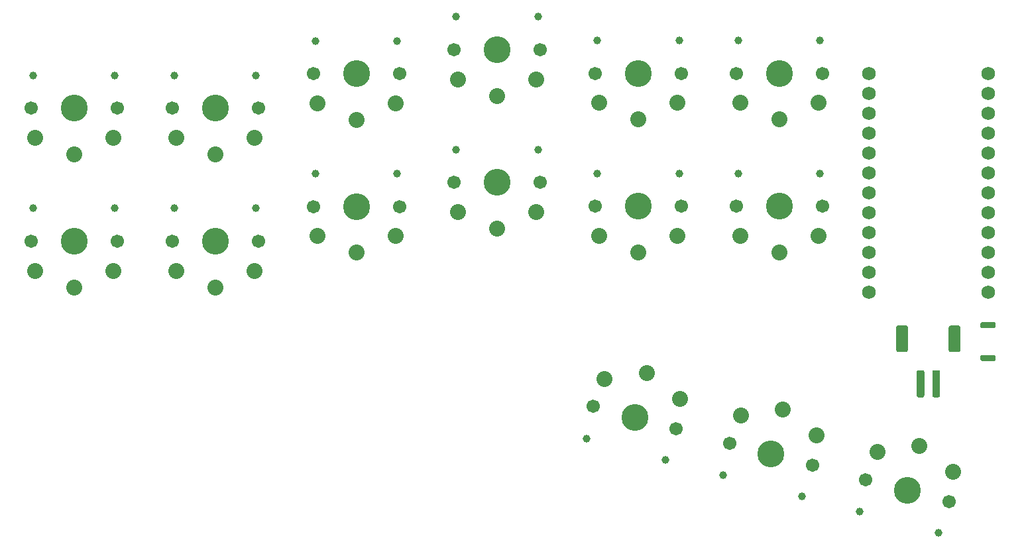
<source format=gbr>
%TF.GenerationSoftware,KiCad,Pcbnew,(5.1.12)-1*%
%TF.CreationDate,2021-12-12T05:01:24+00:00*%
%TF.ProjectId,StenoMi,5374656e-6f4d-4692-9e6b-696361645f70,rev?*%
%TF.SameCoordinates,Original*%
%TF.FileFunction,Soldermask,Top*%
%TF.FilePolarity,Negative*%
%FSLAX46Y46*%
G04 Gerber Fmt 4.6, Leading zero omitted, Abs format (unit mm)*
G04 Created by KiCad (PCBNEW (5.1.12)-1) date 2021-12-12 05:01:24*
%MOMM*%
%LPD*%
G01*
G04 APERTURE LIST*
%ADD10C,1.752600*%
%ADD11C,1.701800*%
%ADD12C,0.990600*%
%ADD13C,2.032000*%
%ADD14C,3.429000*%
G04 APERTURE END LIST*
D10*
%TO.C,U1*%
X143510000Y-41910000D03*
X143510000Y-44450000D03*
X143510000Y-46990000D03*
X143510000Y-49530000D03*
X143510000Y-52070000D03*
X143510000Y-54610000D03*
X143510000Y-57150000D03*
X143510000Y-59690000D03*
X143510000Y-62230000D03*
X143510000Y-64770000D03*
X143510000Y-67310000D03*
X158750000Y-69850000D03*
X158750000Y-67310000D03*
X158750000Y-64770000D03*
X158750000Y-62230000D03*
X158750000Y-59690000D03*
X158750000Y-57150000D03*
X158750000Y-54610000D03*
X158750000Y-52070000D03*
X158750000Y-49530000D03*
X158750000Y-46990000D03*
X158750000Y-44450000D03*
X143510000Y-69850000D03*
X158750000Y-41910000D03*
%TD*%
%TO.C,BT1*%
G36*
G01*
X148530000Y-74390000D02*
X148530000Y-77290000D01*
G75*
G02*
X148280000Y-77540000I-250000J0D01*
G01*
X147280000Y-77540000D01*
G75*
G02*
X147030000Y-77290000I0J250000D01*
G01*
X147030000Y-74390000D01*
G75*
G02*
X147280000Y-74140000I250000J0D01*
G01*
X148280000Y-74140000D01*
G75*
G02*
X148530000Y-74390000I0J-250000D01*
G01*
G37*
G36*
G01*
X155230000Y-74390000D02*
X155230000Y-77290000D01*
G75*
G02*
X154980000Y-77540000I-250000J0D01*
G01*
X153980000Y-77540000D01*
G75*
G02*
X153730000Y-77290000I0J250000D01*
G01*
X153730000Y-74390000D01*
G75*
G02*
X153980000Y-74140000I250000J0D01*
G01*
X154980000Y-74140000D01*
G75*
G02*
X155230000Y-74390000I0J-250000D01*
G01*
G37*
G36*
G01*
X150630000Y-80090000D02*
X150630000Y-83090000D01*
G75*
G02*
X150380000Y-83340000I-250000J0D01*
G01*
X149880000Y-83340000D01*
G75*
G02*
X149630000Y-83090000I0J250000D01*
G01*
X149630000Y-80090000D01*
G75*
G02*
X149880000Y-79840000I250000J0D01*
G01*
X150380000Y-79840000D01*
G75*
G02*
X150630000Y-80090000I0J-250000D01*
G01*
G37*
G36*
G01*
X152630000Y-80090000D02*
X152630000Y-83090000D01*
G75*
G02*
X152380000Y-83340000I-250000J0D01*
G01*
X151880000Y-83340000D01*
G75*
G02*
X151630000Y-83090000I0J250000D01*
G01*
X151630000Y-80090000D01*
G75*
G02*
X151880000Y-79840000I250000J0D01*
G01*
X152380000Y-79840000D01*
G75*
G02*
X152630000Y-80090000I0J-250000D01*
G01*
G37*
%TD*%
D11*
%TO.C,SW15*%
X118940064Y-87340605D03*
X108314880Y-84493595D03*
D12*
X107498299Y-88622953D03*
D13*
X115154504Y-80218138D03*
X119440614Y-83540677D03*
D14*
X113627472Y-85917100D03*
D13*
X109781355Y-80952487D03*
D12*
X117582565Y-91325024D03*
%TD*%
D11*
%TO.C,SW12*%
X36510210Y-63364687D03*
X47510210Y-63364687D03*
D12*
X47230210Y-59164687D03*
D13*
X42010210Y-69264687D03*
X37010210Y-67164687D03*
D14*
X42010210Y-63364687D03*
D13*
X47010210Y-67164687D03*
D12*
X36790210Y-59164687D03*
%TD*%
D11*
%TO.C,SW11*%
X54540034Y-63364687D03*
X65540034Y-63364687D03*
D12*
X65260034Y-59164687D03*
D13*
X60040034Y-69264687D03*
X55040034Y-67164687D03*
D14*
X60040034Y-63364687D03*
D13*
X65040034Y-67164687D03*
D12*
X54820034Y-59164687D03*
%TD*%
D11*
%TO.C,SW10*%
X72557608Y-58933077D03*
X83557608Y-58933077D03*
D12*
X83277608Y-54733077D03*
D13*
X78057608Y-64833077D03*
X73057608Y-62733077D03*
D14*
X78057608Y-58933077D03*
D13*
X83057608Y-62733077D03*
D12*
X72837608Y-54733077D03*
%TD*%
D11*
%TO.C,SW9*%
X90556221Y-55862250D03*
X101556221Y-55862250D03*
D12*
X101276221Y-51662250D03*
D13*
X96056221Y-61762250D03*
X91056221Y-59662250D03*
D14*
X96056221Y-55862250D03*
D13*
X101056221Y-59662250D03*
D12*
X90836221Y-51662250D03*
%TD*%
D11*
%TO.C,SW8*%
X108573910Y-58918007D03*
X119573910Y-58918007D03*
D12*
X119293910Y-54718007D03*
D13*
X114073910Y-64818007D03*
X109073910Y-62718007D03*
D14*
X114073910Y-58918007D03*
D13*
X119073910Y-62718007D03*
D12*
X108853910Y-54718007D03*
%TD*%
D11*
%TO.C,SW7*%
X126576304Y-58918007D03*
X137576304Y-58918007D03*
D12*
X137296304Y-54718007D03*
D13*
X132076304Y-64818007D03*
X127076304Y-62718007D03*
D14*
X132076304Y-58918007D03*
D13*
X137076304Y-62718007D03*
D12*
X126856304Y-54718007D03*
%TD*%
D11*
%TO.C,SW6*%
X36510210Y-46392980D03*
X47510210Y-46392980D03*
D12*
X47230210Y-42192980D03*
D13*
X42010210Y-52292980D03*
X37010210Y-50192980D03*
D14*
X42010210Y-46392980D03*
D13*
X47010210Y-50192980D03*
D12*
X36790210Y-42192980D03*
%TD*%
D11*
%TO.C,SW5*%
X54540034Y-46392980D03*
X65540034Y-46392980D03*
D12*
X65260034Y-42192980D03*
D13*
X60040034Y-52292980D03*
X55040034Y-50192980D03*
D14*
X60040034Y-46392980D03*
D13*
X65040034Y-50192980D03*
D12*
X54820034Y-42192980D03*
%TD*%
D11*
%TO.C,SW4*%
X72557608Y-41961370D03*
X83557608Y-41961370D03*
D12*
X83277608Y-37761370D03*
D13*
X78057608Y-47861370D03*
X73057608Y-45761370D03*
D14*
X78057608Y-41961370D03*
D13*
X83057608Y-45761370D03*
D12*
X72837608Y-37761370D03*
%TD*%
D11*
%TO.C,SW3*%
X90556221Y-38890543D03*
X101556221Y-38890543D03*
D12*
X101276221Y-34690543D03*
D13*
X96056221Y-44790543D03*
X91056221Y-42690543D03*
D14*
X96056221Y-38890543D03*
D13*
X101056221Y-42690543D03*
D12*
X90836221Y-34690543D03*
%TD*%
D11*
%TO.C,SW2*%
X108577606Y-41916303D03*
X119577606Y-41916303D03*
D12*
X119297606Y-37716303D03*
D13*
X114077606Y-47816303D03*
X109077606Y-45716303D03*
D14*
X114077606Y-41916303D03*
D13*
X119077606Y-45716303D03*
D12*
X108857606Y-37716303D03*
%TD*%
D11*
%TO.C,SW1*%
X126580000Y-41916303D03*
X137580000Y-41916303D03*
D12*
X137300000Y-37716303D03*
D13*
X132080000Y-47816303D03*
X127080000Y-45716303D03*
D14*
X132080000Y-41916303D03*
D13*
X137080000Y-45716303D03*
D12*
X126860000Y-37716303D03*
%TD*%
D11*
%TO.C,SW13*%
X153761287Y-96670924D03*
X143136103Y-93823914D03*
D12*
X142319522Y-97953272D03*
D13*
X149975727Y-89548457D03*
X154261837Y-92870996D03*
D14*
X148448695Y-95247419D03*
D13*
X144602578Y-90282806D03*
D12*
X152403788Y-100655343D03*
%TD*%
D11*
%TO.C,SW14*%
X136356239Y-92007255D03*
X125731055Y-89160245D03*
D12*
X124914474Y-93289603D03*
D13*
X132570679Y-84884788D03*
X136856789Y-88207327D03*
D14*
X131043647Y-90583750D03*
D13*
X127197530Y-85619137D03*
D12*
X134998740Y-95991674D03*
%TD*%
%TO.C,Reset1*%
G36*
G01*
X159550000Y-78700000D02*
X157950000Y-78700000D01*
G75*
G02*
X157750000Y-78500000I0J200000D01*
G01*
X157750000Y-78100000D01*
G75*
G02*
X157950000Y-77900000I200000J0D01*
G01*
X159550000Y-77900000D01*
G75*
G02*
X159750000Y-78100000I0J-200000D01*
G01*
X159750000Y-78500000D01*
G75*
G02*
X159550000Y-78700000I-200000J0D01*
G01*
G37*
G36*
G01*
X159550000Y-74500000D02*
X157950000Y-74500000D01*
G75*
G02*
X157750000Y-74300000I0J200000D01*
G01*
X157750000Y-73900000D01*
G75*
G02*
X157950000Y-73700000I200000J0D01*
G01*
X159550000Y-73700000D01*
G75*
G02*
X159750000Y-73900000I0J-200000D01*
G01*
X159750000Y-74300000D01*
G75*
G02*
X159550000Y-74500000I-200000J0D01*
G01*
G37*
%TD*%
M02*

</source>
